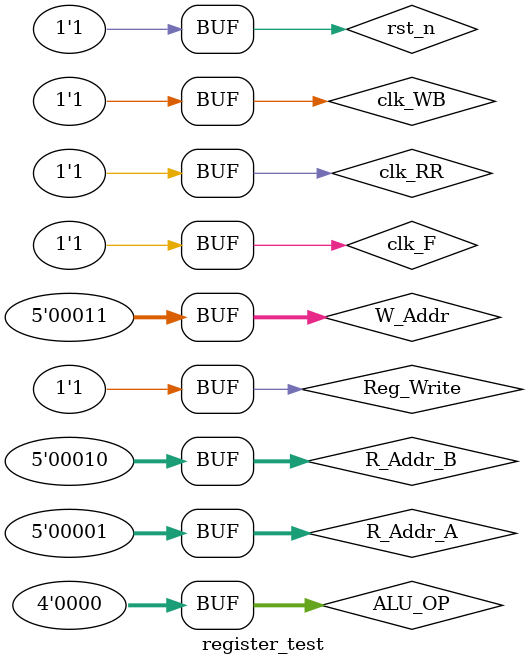
<source format=v>
`timescale 1ns / 1ps


module register_test();

    reg Reg_Write;
    reg clk_WB;
    reg clk_RR;
    reg clk_F;
    reg rst_n;
    reg [4:0] R_Addr_A;
    reg [4:0] R_Addr_B;
    reg [4:0] W_Addr;
    reg [3:0] ALU_OP;
    wire [31:0] F;
    wire [3:0] FR;
    wire [31:0] debug;

    register_heap_top uut(
        .Reg_Write(Reg_Write),
        .clk_WB(clk_WB),
        .clk_RR(clk_RR),
        .clk_F(clk_F),
        .rst_n(rst_n),
        .R_Addr_A(R_Addr_A),
        .R_Addr_B(R_Addr_B),
        .W_Addr(W_Addr),
        .ALU_OP(ALU_OP),
        .F(F),
        .FR(FR),
        .debug(debug)
        );
        
    initial begin
        rst_n = 1;

        // 1
        #10
        R_Addr_A = 0;
        R_Addr_B = 1;
        clk_RR = 0;
        ALU_OP = 0;
        clk_F = 0;
        W_Addr = 2;
        clk_WB = 0;
        
        #10;
        clk_RR = 1;
        #10;
        clk_F = 1;
        #10;
        Reg_Write = 1;
        #10;
        clk_WB = 1;
        // 2
        #100;
        R_Addr_A = 1;
        R_Addr_B = 2;
        clk_RR = 0;
        ALU_OP = 0;
        clk_F = 0;
        W_Addr = 3;
        clk_WB = 0;
        #10;
        clk_RR = 1;
        #10;
        clk_F = 1;
        #10;
        Reg_Write = 1;
        #10;
        clk_WB = 1;
    end
endmodule

</source>
